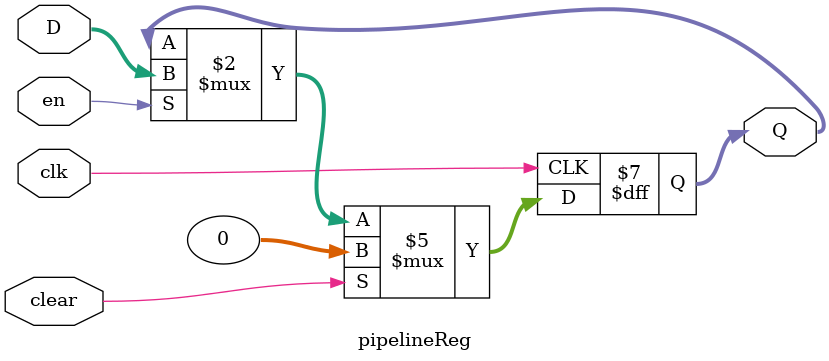
<source format=sv>
module pipelineReg #(parameter bitWidth = 32) (
	input logic [bitWidth-1:0] D,
	input logic en, clear, clk,
	output logic [bitWidth-1:0] Q
);

	always_ff @(posedge clk) begin
		if(clear) Q <= 'b0;
		else if(en) Q <= D;
	end

endmodule

/*module pipelineReg_tb();
	parameter bitWidth = 16;
	parameter depth = 3;
	logic [bitWidth-1:0] D [0:depth-1];
	logic [bitWidth-1:0] Q [0:depth-1];
	logic en, clear, clk;

	// generate clock with 100ps clk period 
    initial begin
        clk = 'b1;
        forever #50 clk = ~clk;
    end

    //initialize DUT 
    pipelineReg #(.bitWidth(bitWidth), .depth(depth)) DUT(.D, .en, .clear, .clk, .Q);

    initial begin

    	en = 1; clear = 0; @(posedge clk);
        //start by loading data
        D[0] = 4'h0001; D[1] = 4'h0002; D[2] = 4'h0003; @(posedge clk);

        //disable
        en = 0; @(posedge clk);

        //cycle stall for a while
        repeat(5) @(posedge clk);

        //re-enable and write more data
        en = 1; @(posedge clk);
        D[0] = 4'h0004; D[1] = 4'h0005; D[2] = 4'h0006; @(posedge clk);

        D[0] = 4'h0007; D[1] = 4'h0008; D[2] = 4'h0009; @(posedge clk);

        //disable and "try" to write
        en = 0; @(posedge clk);
        D[0] = 4'h1111;  D[1] = 4'h2222; D[2] = 4'h3333; @(posedge clk);

        //clear out reg
        clear = 1; @(posedge clk);
		repeat(5) @(posedge clk);
		@(posedge clk);
        $stop;
    end
endmodule
*/



</source>
